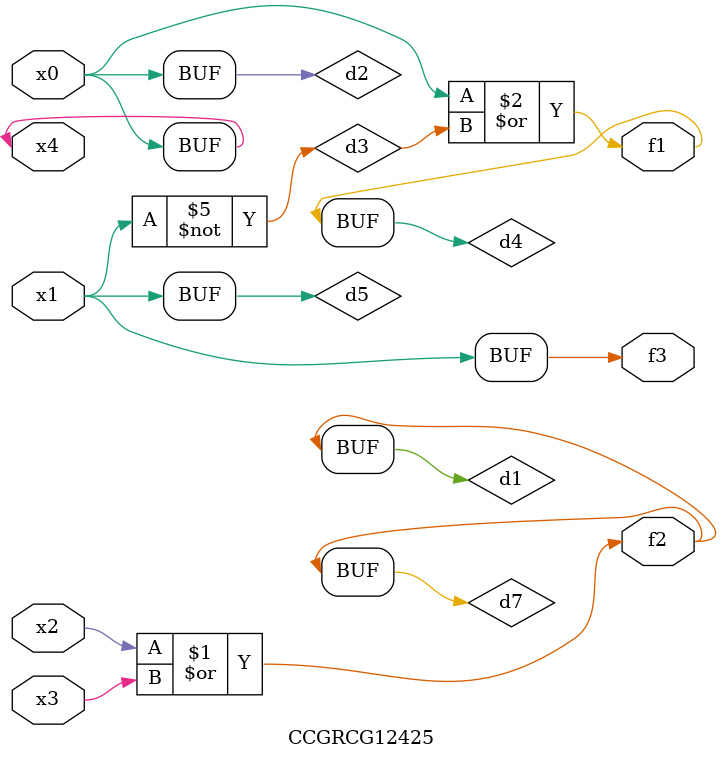
<source format=v>
module CCGRCG12425(
	input x0, x1, x2, x3, x4,
	output f1, f2, f3
);

	wire d1, d2, d3, d4, d5, d6, d7;

	or (d1, x2, x3);
	buf (d2, x0, x4);
	not (d3, x1);
	or (d4, d2, d3);
	not (d5, d3);
	nand (d6, d1, d3);
	or (d7, d1);
	assign f1 = d4;
	assign f2 = d7;
	assign f3 = d5;
endmodule

</source>
